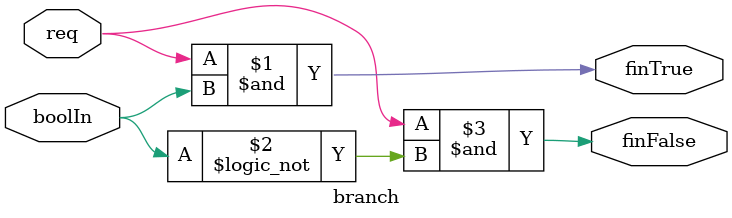
<source format=v>
`timescale 1ns / 1ps

module branch (req,finTrue,finFalse,boolIn);

input req,boolIn;
output wire finTrue,finFalse;

assign finTrue=req&boolIn;
assign finFalse=req&!boolIn;

endmodule


</source>
